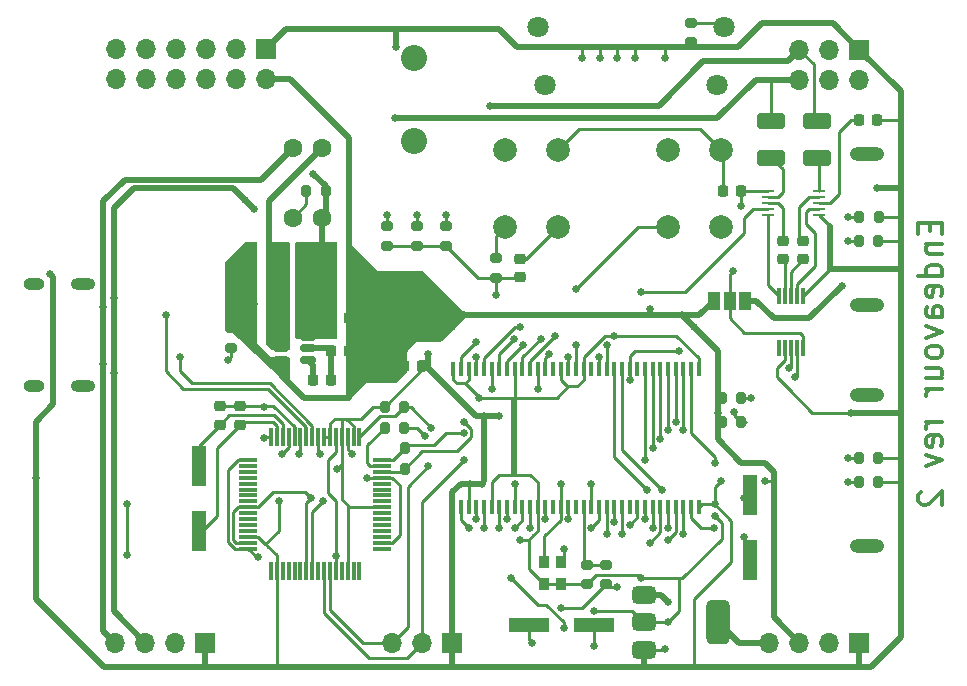
<source format=gbl>
G04 #@! TF.GenerationSoftware,KiCad,Pcbnew,7.0.10-7.0.10~ubuntu20.04.1*
G04 #@! TF.CreationDate,2024-05-01T22:25:19+02:00*
G04 #@! TF.ProjectId,endeavour,656e6465-6176-46f7-9572-2e6b69636164,rev?*
G04 #@! TF.SameCoordinates,Original*
G04 #@! TF.FileFunction,Copper,L2,Bot*
G04 #@! TF.FilePolarity,Positive*
%FSLAX46Y46*%
G04 Gerber Fmt 4.6, Leading zero omitted, Abs format (unit mm)*
G04 Created by KiCad (PCBNEW 7.0.10-7.0.10~ubuntu20.04.1) date 2024-05-01 22:25:19*
%MOMM*%
%LPD*%
G01*
G04 APERTURE LIST*
G04 Aperture macros list*
%AMRoundRect*
0 Rectangle with rounded corners*
0 $1 Rounding radius*
0 $2 $3 $4 $5 $6 $7 $8 $9 X,Y pos of 4 corners*
0 Add a 4 corners polygon primitive as box body*
4,1,4,$2,$3,$4,$5,$6,$7,$8,$9,$2,$3,0*
0 Add four circle primitives for the rounded corners*
1,1,$1+$1,$2,$3*
1,1,$1+$1,$4,$5*
1,1,$1+$1,$6,$7*
1,1,$1+$1,$8,$9*
0 Add four rect primitives between the rounded corners*
20,1,$1+$1,$2,$3,$4,$5,0*
20,1,$1+$1,$4,$5,$6,$7,0*
20,1,$1+$1,$6,$7,$8,$9,0*
20,1,$1+$1,$8,$9,$2,$3,0*%
G04 Aperture macros list end*
%ADD10C,0.300000*%
G04 #@! TA.AperFunction,NonConductor*
%ADD11C,0.300000*%
G04 #@! TD*
G04 #@! TA.AperFunction,SMDPad,CuDef*
%ADD12RoundRect,0.225000X-0.225000X-0.250000X0.225000X-0.250000X0.225000X0.250000X-0.225000X0.250000X0*%
G04 #@! TD*
G04 #@! TA.AperFunction,SMDPad,CuDef*
%ADD13R,1.100000X0.250000*%
G04 #@! TD*
G04 #@! TA.AperFunction,SMDPad,CuDef*
%ADD14R,0.300000X1.400000*%
G04 #@! TD*
G04 #@! TA.AperFunction,SMDPad,CuDef*
%ADD15RoundRect,0.200000X-0.200000X-0.275000X0.200000X-0.275000X0.200000X0.275000X-0.200000X0.275000X0*%
G04 #@! TD*
G04 #@! TA.AperFunction,SMDPad,CuDef*
%ADD16R,1.000000X1.500000*%
G04 #@! TD*
G04 #@! TA.AperFunction,SMDPad,CuDef*
%ADD17RoundRect,0.225000X0.250000X-0.225000X0.250000X0.225000X-0.250000X0.225000X-0.250000X-0.225000X0*%
G04 #@! TD*
G04 #@! TA.AperFunction,SMDPad,CuDef*
%ADD18RoundRect,0.250000X0.925000X-0.412500X0.925000X0.412500X-0.925000X0.412500X-0.925000X-0.412500X0*%
G04 #@! TD*
G04 #@! TA.AperFunction,ComponentPad*
%ADD19R,1.700000X1.700000*%
G04 #@! TD*
G04 #@! TA.AperFunction,ComponentPad*
%ADD20O,1.700000X1.700000*%
G04 #@! TD*
G04 #@! TA.AperFunction,SMDPad,CuDef*
%ADD21RoundRect,0.200000X0.200000X0.275000X-0.200000X0.275000X-0.200000X-0.275000X0.200000X-0.275000X0*%
G04 #@! TD*
G04 #@! TA.AperFunction,SMDPad,CuDef*
%ADD22R,0.950000X1.050000*%
G04 #@! TD*
G04 #@! TA.AperFunction,SMDPad,CuDef*
%ADD23R,0.400000X1.300000*%
G04 #@! TD*
G04 #@! TA.AperFunction,ComponentPad*
%ADD24O,2.900000X1.200000*%
G04 #@! TD*
G04 #@! TA.AperFunction,ComponentPad*
%ADD25C,1.800000*%
G04 #@! TD*
G04 #@! TA.AperFunction,ComponentPad*
%ADD26C,1.600200*%
G04 #@! TD*
G04 #@! TA.AperFunction,ComponentPad*
%ADD27C,2.209800*%
G04 #@! TD*
G04 #@! TA.AperFunction,SMDPad,CuDef*
%ADD28R,1.200000X3.500000*%
G04 #@! TD*
G04 #@! TA.AperFunction,SMDPad,CuDef*
%ADD29R,3.500000X1.200000*%
G04 #@! TD*
G04 #@! TA.AperFunction,ComponentPad*
%ADD30O,1.800000X1.000000*%
G04 #@! TD*
G04 #@! TA.AperFunction,ComponentPad*
%ADD31O,2.100000X1.000000*%
G04 #@! TD*
G04 #@! TA.AperFunction,SMDPad,CuDef*
%ADD32RoundRect,0.075000X-0.075000X0.700000X-0.075000X-0.700000X0.075000X-0.700000X0.075000X0.700000X0*%
G04 #@! TD*
G04 #@! TA.AperFunction,SMDPad,CuDef*
%ADD33RoundRect,0.075000X-0.700000X0.075000X-0.700000X-0.075000X0.700000X-0.075000X0.700000X0.075000X0*%
G04 #@! TD*
G04 #@! TA.AperFunction,SMDPad,CuDef*
%ADD34RoundRect,0.375000X-0.625000X-0.375000X0.625000X-0.375000X0.625000X0.375000X-0.625000X0.375000X0*%
G04 #@! TD*
G04 #@! TA.AperFunction,SMDPad,CuDef*
%ADD35RoundRect,0.500000X-0.500000X-1.400000X0.500000X-1.400000X0.500000X1.400000X-0.500000X1.400000X0*%
G04 #@! TD*
G04 #@! TA.AperFunction,SMDPad,CuDef*
%ADD36RoundRect,0.150000X-0.512500X-0.150000X0.512500X-0.150000X0.512500X0.150000X-0.512500X0.150000X0*%
G04 #@! TD*
G04 #@! TA.AperFunction,ComponentPad*
%ADD37C,2.000000*%
G04 #@! TD*
G04 #@! TA.AperFunction,SMDPad,CuDef*
%ADD38RoundRect,0.200000X0.275000X-0.200000X0.275000X0.200000X-0.275000X0.200000X-0.275000X-0.200000X0*%
G04 #@! TD*
G04 #@! TA.AperFunction,SMDPad,CuDef*
%ADD39RoundRect,0.200000X-0.275000X0.200000X-0.275000X-0.200000X0.275000X-0.200000X0.275000X0.200000X0*%
G04 #@! TD*
G04 #@! TA.AperFunction,SMDPad,CuDef*
%ADD40RoundRect,0.218750X-0.218750X-0.256250X0.218750X-0.256250X0.218750X0.256250X-0.218750X0.256250X0*%
G04 #@! TD*
G04 #@! TA.AperFunction,SMDPad,CuDef*
%ADD41RoundRect,0.225000X0.225000X0.250000X-0.225000X0.250000X-0.225000X-0.250000X0.225000X-0.250000X0*%
G04 #@! TD*
G04 #@! TA.AperFunction,ViaPad*
%ADD42C,0.650000*%
G04 #@! TD*
G04 #@! TA.AperFunction,Conductor*
%ADD43C,0.500000*%
G04 #@! TD*
G04 #@! TA.AperFunction,Conductor*
%ADD44C,0.250000*%
G04 #@! TD*
G04 APERTURE END LIST*
D10*
D11*
X160092019Y-79173558D02*
X160092019Y-79840225D01*
X161139638Y-80125939D02*
X161139638Y-79173558D01*
X161139638Y-79173558D02*
X159139638Y-79173558D01*
X159139638Y-79173558D02*
X159139638Y-80125939D01*
X159806304Y-80983082D02*
X161139638Y-80983082D01*
X159996780Y-80983082D02*
X159901542Y-81078320D01*
X159901542Y-81078320D02*
X159806304Y-81268796D01*
X159806304Y-81268796D02*
X159806304Y-81554511D01*
X159806304Y-81554511D02*
X159901542Y-81744987D01*
X159901542Y-81744987D02*
X160092019Y-81840225D01*
X160092019Y-81840225D02*
X161139638Y-81840225D01*
X161139638Y-83649749D02*
X159139638Y-83649749D01*
X161044400Y-83649749D02*
X161139638Y-83459273D01*
X161139638Y-83459273D02*
X161139638Y-83078320D01*
X161139638Y-83078320D02*
X161044400Y-82887844D01*
X161044400Y-82887844D02*
X160949161Y-82792606D01*
X160949161Y-82792606D02*
X160758685Y-82697368D01*
X160758685Y-82697368D02*
X160187257Y-82697368D01*
X160187257Y-82697368D02*
X159996780Y-82792606D01*
X159996780Y-82792606D02*
X159901542Y-82887844D01*
X159901542Y-82887844D02*
X159806304Y-83078320D01*
X159806304Y-83078320D02*
X159806304Y-83459273D01*
X159806304Y-83459273D02*
X159901542Y-83649749D01*
X161044400Y-85364035D02*
X161139638Y-85173559D01*
X161139638Y-85173559D02*
X161139638Y-84792606D01*
X161139638Y-84792606D02*
X161044400Y-84602130D01*
X161044400Y-84602130D02*
X160853923Y-84506892D01*
X160853923Y-84506892D02*
X160092019Y-84506892D01*
X160092019Y-84506892D02*
X159901542Y-84602130D01*
X159901542Y-84602130D02*
X159806304Y-84792606D01*
X159806304Y-84792606D02*
X159806304Y-85173559D01*
X159806304Y-85173559D02*
X159901542Y-85364035D01*
X159901542Y-85364035D02*
X160092019Y-85459273D01*
X160092019Y-85459273D02*
X160282495Y-85459273D01*
X160282495Y-85459273D02*
X160472971Y-84506892D01*
X161139638Y-87173559D02*
X160092019Y-87173559D01*
X160092019Y-87173559D02*
X159901542Y-87078321D01*
X159901542Y-87078321D02*
X159806304Y-86887845D01*
X159806304Y-86887845D02*
X159806304Y-86506892D01*
X159806304Y-86506892D02*
X159901542Y-86316416D01*
X161044400Y-87173559D02*
X161139638Y-86983083D01*
X161139638Y-86983083D02*
X161139638Y-86506892D01*
X161139638Y-86506892D02*
X161044400Y-86316416D01*
X161044400Y-86316416D02*
X160853923Y-86221178D01*
X160853923Y-86221178D02*
X160663447Y-86221178D01*
X160663447Y-86221178D02*
X160472971Y-86316416D01*
X160472971Y-86316416D02*
X160377733Y-86506892D01*
X160377733Y-86506892D02*
X160377733Y-86983083D01*
X160377733Y-86983083D02*
X160282495Y-87173559D01*
X159806304Y-87935464D02*
X161139638Y-88411654D01*
X161139638Y-88411654D02*
X159806304Y-88887845D01*
X161139638Y-89935464D02*
X161044400Y-89744988D01*
X161044400Y-89744988D02*
X160949161Y-89649750D01*
X160949161Y-89649750D02*
X160758685Y-89554512D01*
X160758685Y-89554512D02*
X160187257Y-89554512D01*
X160187257Y-89554512D02*
X159996780Y-89649750D01*
X159996780Y-89649750D02*
X159901542Y-89744988D01*
X159901542Y-89744988D02*
X159806304Y-89935464D01*
X159806304Y-89935464D02*
X159806304Y-90221179D01*
X159806304Y-90221179D02*
X159901542Y-90411655D01*
X159901542Y-90411655D02*
X159996780Y-90506893D01*
X159996780Y-90506893D02*
X160187257Y-90602131D01*
X160187257Y-90602131D02*
X160758685Y-90602131D01*
X160758685Y-90602131D02*
X160949161Y-90506893D01*
X160949161Y-90506893D02*
X161044400Y-90411655D01*
X161044400Y-90411655D02*
X161139638Y-90221179D01*
X161139638Y-90221179D02*
X161139638Y-89935464D01*
X159806304Y-92316417D02*
X161139638Y-92316417D01*
X159806304Y-91459274D02*
X160853923Y-91459274D01*
X160853923Y-91459274D02*
X161044400Y-91554512D01*
X161044400Y-91554512D02*
X161139638Y-91744988D01*
X161139638Y-91744988D02*
X161139638Y-92030703D01*
X161139638Y-92030703D02*
X161044400Y-92221179D01*
X161044400Y-92221179D02*
X160949161Y-92316417D01*
X161139638Y-93268798D02*
X159806304Y-93268798D01*
X160187257Y-93268798D02*
X159996780Y-93364036D01*
X159996780Y-93364036D02*
X159901542Y-93459274D01*
X159901542Y-93459274D02*
X159806304Y-93649750D01*
X159806304Y-93649750D02*
X159806304Y-93840227D01*
X161139638Y-96030703D02*
X159806304Y-96030703D01*
X160187257Y-96030703D02*
X159996780Y-96125941D01*
X159996780Y-96125941D02*
X159901542Y-96221179D01*
X159901542Y-96221179D02*
X159806304Y-96411655D01*
X159806304Y-96411655D02*
X159806304Y-96602132D01*
X161044400Y-98030703D02*
X161139638Y-97840227D01*
X161139638Y-97840227D02*
X161139638Y-97459274D01*
X161139638Y-97459274D02*
X161044400Y-97268798D01*
X161044400Y-97268798D02*
X160853923Y-97173560D01*
X160853923Y-97173560D02*
X160092019Y-97173560D01*
X160092019Y-97173560D02*
X159901542Y-97268798D01*
X159901542Y-97268798D02*
X159806304Y-97459274D01*
X159806304Y-97459274D02*
X159806304Y-97840227D01*
X159806304Y-97840227D02*
X159901542Y-98030703D01*
X159901542Y-98030703D02*
X160092019Y-98125941D01*
X160092019Y-98125941D02*
X160282495Y-98125941D01*
X160282495Y-98125941D02*
X160472971Y-97173560D01*
X159806304Y-98792608D02*
X161139638Y-99268798D01*
X161139638Y-99268798D02*
X159806304Y-99744989D01*
X159330114Y-101935466D02*
X159234876Y-102030704D01*
X159234876Y-102030704D02*
X159139638Y-102221180D01*
X159139638Y-102221180D02*
X159139638Y-102697371D01*
X159139638Y-102697371D02*
X159234876Y-102887847D01*
X159234876Y-102887847D02*
X159330114Y-102983085D01*
X159330114Y-102983085D02*
X159520590Y-103078323D01*
X159520590Y-103078323D02*
X159711066Y-103078323D01*
X159711066Y-103078323D02*
X159996780Y-102983085D01*
X159996780Y-102983085D02*
X161139638Y-101840228D01*
X161139638Y-101840228D02*
X161139638Y-103078323D01*
D12*
X115600000Y-91250000D03*
X117150000Y-91250000D03*
D13*
X150700000Y-76500000D03*
X150700000Y-77000000D03*
X150700000Y-77500000D03*
X150700000Y-78000000D03*
X150700000Y-78500000D03*
X146400000Y-78500000D03*
X146400000Y-78000000D03*
X146400000Y-77500000D03*
X146400000Y-77000000D03*
X146400000Y-76500000D03*
D14*
X149350000Y-89750000D03*
X148850000Y-89750000D03*
X148350000Y-89750000D03*
X147850000Y-89750000D03*
X147350000Y-89750000D03*
X147350000Y-85350000D03*
X147850000Y-85350000D03*
X148350000Y-85350000D03*
X148850000Y-85350000D03*
X149350000Y-85350000D03*
D15*
X142500000Y-96000000D03*
X144150000Y-96000000D03*
X142500000Y-94000000D03*
X144150000Y-94000000D03*
D16*
X141850000Y-85750000D03*
X143150000Y-85750000D03*
X144450000Y-85750000D03*
D12*
X142600000Y-76500000D03*
X144150000Y-76500000D03*
D17*
X147650000Y-82250000D03*
X147650000Y-80700000D03*
X149400000Y-82250000D03*
X149400000Y-80700000D03*
D12*
X154100000Y-70500000D03*
X155650000Y-70500000D03*
D18*
X146650000Y-70575000D03*
X146650000Y-73650000D03*
X150550000Y-73650000D03*
X150550000Y-70575000D03*
D19*
X103900000Y-64460000D03*
D20*
X103900000Y-67000000D03*
X101360000Y-64460000D03*
X101360000Y-67000000D03*
X98820000Y-64460000D03*
X98820000Y-67000000D03*
X96280000Y-64460000D03*
X96280000Y-67000000D03*
X93740000Y-64460000D03*
X93740000Y-67000000D03*
X91200000Y-64460000D03*
X91200000Y-67000000D03*
X149070000Y-67040000D03*
X149070000Y-64500000D03*
X151610000Y-67040000D03*
X151610000Y-64500000D03*
X154150000Y-67040000D03*
D19*
X154150000Y-64500000D03*
D21*
X115650000Y-100000000D03*
X115650000Y-98250000D03*
D22*
X128900000Y-109750000D03*
X128900000Y-107900000D03*
X127450000Y-107900000D03*
X127450000Y-109750000D03*
D23*
X119750000Y-91550000D03*
X120400000Y-91550000D03*
X121050000Y-91550000D03*
X121700000Y-91550000D03*
X122350000Y-91550000D03*
X123000000Y-91550000D03*
X123650000Y-91550000D03*
X124300000Y-91550000D03*
X124950000Y-91550000D03*
X125600000Y-91550000D03*
X126250000Y-91550000D03*
X126900000Y-91550000D03*
X127550000Y-91550000D03*
X128200000Y-91550000D03*
X128850000Y-91550000D03*
X129500000Y-91550000D03*
X130150000Y-91550000D03*
X130800000Y-91550000D03*
X131450000Y-91550000D03*
X132100000Y-91550000D03*
X132750000Y-91550000D03*
X133400000Y-91550000D03*
X134050000Y-91550000D03*
X134700000Y-91550000D03*
X135350000Y-91550000D03*
X136000000Y-91550000D03*
X136650000Y-91550000D03*
X137300000Y-91550000D03*
X137950000Y-91550000D03*
X138600000Y-91550000D03*
X139250000Y-91550000D03*
X139900000Y-91550000D03*
X140550000Y-91550000D03*
X140550000Y-103250000D03*
X139900000Y-103250000D03*
X139250000Y-103250000D03*
X138600000Y-103250000D03*
X137950000Y-103250000D03*
X137300000Y-103250000D03*
X136650000Y-103250000D03*
X136000000Y-103250000D03*
X135350000Y-103250000D03*
X134700000Y-103250000D03*
X134050000Y-103250000D03*
X133400000Y-103250000D03*
X132750000Y-103250000D03*
X132100000Y-103250000D03*
X131450000Y-103250000D03*
X130800000Y-103250000D03*
X130150000Y-103250000D03*
X129500000Y-103250000D03*
X128850000Y-103250000D03*
X128200000Y-103250000D03*
X127550000Y-103250000D03*
X126900000Y-103250000D03*
X126250000Y-103250000D03*
X125600000Y-103250000D03*
X124950000Y-103250000D03*
X124300000Y-103250000D03*
X123650000Y-103250000D03*
X123000000Y-103250000D03*
X122350000Y-103250000D03*
X121700000Y-103250000D03*
X121050000Y-103250000D03*
X120400000Y-103250000D03*
X119750000Y-103250000D03*
D24*
X154750000Y-73350000D03*
X154750000Y-86150000D03*
X154750000Y-93750000D03*
X154750000Y-106550000D03*
D25*
X126950000Y-62600000D03*
X142650000Y-62600000D03*
X127550000Y-67500000D03*
X142050000Y-67500000D03*
D20*
X91150000Y-114725000D03*
X93690000Y-114725000D03*
X96230000Y-114725000D03*
D19*
X98770000Y-114725000D03*
D26*
X106160800Y-78749300D03*
X108650000Y-78749300D03*
X106160800Y-72856500D03*
X108650000Y-72856500D03*
D20*
X146530000Y-114750000D03*
X149070000Y-114750000D03*
X151610000Y-114750000D03*
D19*
X154150000Y-114750000D03*
D27*
X116400000Y-72250000D03*
X116400000Y-65250002D03*
D28*
X144900000Y-107750000D03*
X144900000Y-102250000D03*
X98216118Y-99750000D03*
X98216118Y-105250000D03*
D29*
X126150000Y-113250000D03*
X131650000Y-113250000D03*
D21*
X115616118Y-96500000D03*
X113966118Y-96500000D03*
D30*
X84230800Y-93000000D03*
D31*
X88410800Y-93000000D03*
D30*
X84230800Y-84360000D03*
D31*
X88410800Y-84360000D03*
D32*
X104316118Y-97325000D03*
X104816118Y-97325000D03*
X105316118Y-97325000D03*
X105816118Y-97325000D03*
X106316118Y-97325000D03*
X106816118Y-97325000D03*
X107316118Y-97325000D03*
X107816118Y-97325000D03*
X108316118Y-97325000D03*
X108816118Y-97325000D03*
X109316118Y-97325000D03*
X109816118Y-97325000D03*
X110316118Y-97325000D03*
X110816118Y-97325000D03*
X111316118Y-97325000D03*
X111816118Y-97325000D03*
D33*
X113741118Y-99250000D03*
X113741118Y-99750000D03*
X113741118Y-100250000D03*
X113741118Y-100750000D03*
X113741118Y-101250000D03*
X113741118Y-101750000D03*
X113741118Y-102250000D03*
X113741118Y-102750000D03*
X113741118Y-103250000D03*
X113741118Y-103750000D03*
X113741118Y-104250000D03*
X113741118Y-104750000D03*
X113741118Y-105250000D03*
X113741118Y-105750000D03*
X113741118Y-106250000D03*
X113741118Y-106750000D03*
D32*
X111816118Y-108675000D03*
X111316118Y-108675000D03*
X110816118Y-108675000D03*
X110316118Y-108675000D03*
X109816118Y-108675000D03*
X109316118Y-108675000D03*
X108816118Y-108675000D03*
X108316118Y-108675000D03*
X107816118Y-108675000D03*
X107316118Y-108675000D03*
X106816118Y-108675000D03*
X106316118Y-108675000D03*
X105816118Y-108675000D03*
X105316118Y-108675000D03*
X104816118Y-108675000D03*
X104316118Y-108675000D03*
D33*
X102391118Y-106750000D03*
X102391118Y-106250000D03*
X102391118Y-105750000D03*
X102391118Y-105250000D03*
X102391118Y-104750000D03*
X102391118Y-104250000D03*
X102391118Y-103750000D03*
X102391118Y-103250000D03*
X102391118Y-102750000D03*
X102391118Y-102250000D03*
X102391118Y-101750000D03*
X102391118Y-101250000D03*
X102391118Y-100750000D03*
X102391118Y-100250000D03*
X102391118Y-99750000D03*
X102391118Y-99250000D03*
D34*
X135900000Y-110700000D03*
D35*
X142200000Y-113000000D03*
D34*
X135900000Y-113000000D03*
X135900000Y-115300000D03*
D36*
X107450000Y-90750000D03*
X107450000Y-89800000D03*
X107450000Y-88850000D03*
X105175000Y-88850000D03*
X105175000Y-89800000D03*
X105175000Y-90750000D03*
D37*
X137900000Y-73000000D03*
X137900000Y-79500000D03*
X142400000Y-73000000D03*
X142400000Y-79500000D03*
X124150000Y-73000000D03*
X124150000Y-79500000D03*
X128650000Y-73000000D03*
X128650000Y-79500000D03*
D38*
X139900000Y-62250000D03*
X139900000Y-63900000D03*
D21*
X113966118Y-94750000D03*
X115616118Y-94750000D03*
D15*
X108975000Y-76500000D03*
X107325000Y-76500000D03*
D38*
X132650000Y-108100000D03*
X132650000Y-109750000D03*
X131100000Y-108100000D03*
X131100000Y-109750000D03*
D39*
X100900000Y-89750000D03*
X100900000Y-88100000D03*
D15*
X155775000Y-78700000D03*
X154125000Y-78700000D03*
X154100000Y-99100000D03*
X155750000Y-99100000D03*
X155725000Y-80700000D03*
X154075000Y-80700000D03*
X154075000Y-101100000D03*
X155725000Y-101100000D03*
D39*
X119150000Y-79450000D03*
X119150000Y-81100000D03*
X116650000Y-79450000D03*
X116650000Y-81100000D03*
X114150000Y-81100000D03*
X114150000Y-79450000D03*
X123400000Y-83825000D03*
X123400000Y-82175000D03*
D40*
X110962500Y-90000000D03*
X109387500Y-90000000D03*
D20*
X114570000Y-114725000D03*
X117110000Y-114725000D03*
D19*
X119650000Y-114725000D03*
D17*
X125400000Y-82225000D03*
X125400000Y-83775000D03*
D41*
X109350000Y-87250000D03*
X110900000Y-87250000D03*
X107875000Y-92500000D03*
X109425000Y-92500000D03*
D12*
X106950000Y-87250000D03*
X105400000Y-87250000D03*
D17*
X101716118Y-94700000D03*
X101716118Y-96250000D03*
X99966118Y-94700000D03*
X99966118Y-96250000D03*
D42*
X114850000Y-70300000D03*
X102900000Y-86000000D03*
X153400000Y-95250000D03*
X155650000Y-76250000D03*
X152650000Y-84500000D03*
X143400000Y-83250000D03*
X144150000Y-77750000D03*
X148650000Y-92250000D03*
X148150000Y-91500000D03*
X135650000Y-85000000D03*
X144950000Y-94000000D03*
X143550000Y-95200000D03*
X131650000Y-112000000D03*
X119150000Y-78500000D03*
X116650000Y-78500000D03*
X114150000Y-78500000D03*
X123400000Y-85250000D03*
X130150000Y-84750000D03*
X153150000Y-80700000D03*
X153150000Y-78700000D03*
X122900000Y-69250000D03*
X114900000Y-64250000D03*
X107900000Y-75000000D03*
X137650000Y-65250000D03*
X135150000Y-65250000D03*
X133650000Y-65250000D03*
X132150000Y-65250000D03*
X130650000Y-65250000D03*
X108650000Y-85250000D03*
X123650000Y-95500000D03*
X102150000Y-77250000D03*
X102900000Y-78000000D03*
X122150000Y-101250000D03*
X121150000Y-101250000D03*
X140150000Y-88000000D03*
X139150000Y-87000000D03*
X119650000Y-88000000D03*
X120650000Y-87000000D03*
X137900000Y-113000000D03*
X137650000Y-115250000D03*
X137900000Y-111250000D03*
X133650000Y-110000000D03*
X138900000Y-90000000D03*
X85650000Y-83500000D03*
X153150000Y-101100000D03*
X153150000Y-99100000D03*
X146150000Y-101000000D03*
X142150000Y-95250000D03*
X84400000Y-100750000D03*
X92150000Y-107250000D03*
X92150000Y-103000000D03*
X100650000Y-90750000D03*
X142400000Y-101000000D03*
X144400000Y-102500000D03*
X144400000Y-105750000D03*
X141900000Y-99500000D03*
X139250000Y-96750000D03*
X138600000Y-96000000D03*
X136000000Y-99250000D03*
X137950000Y-96750000D03*
X137300000Y-97500000D03*
X136650000Y-98250000D03*
X95400000Y-87000000D03*
X96650000Y-90500000D03*
X122400000Y-95500000D03*
X117650000Y-90250000D03*
X109900000Y-100000000D03*
X121900000Y-94000000D03*
X136400000Y-86500000D03*
X126400000Y-114750000D03*
X131650000Y-115000000D03*
X129150000Y-113500000D03*
X104966118Y-102750000D03*
X109816118Y-107400000D03*
X103216118Y-107500000D03*
X107716118Y-102500000D03*
X108716118Y-102750000D03*
X112466118Y-100750000D03*
X111216118Y-98750000D03*
X103716118Y-94750000D03*
X103716118Y-97350000D03*
X108466118Y-98750000D03*
X106716118Y-98750000D03*
X105216118Y-98750000D03*
X91030800Y-85500000D03*
X91030800Y-91900000D03*
X90130800Y-86300000D03*
X90130800Y-91100000D03*
X117650000Y-99750000D03*
X120650000Y-99250000D03*
X117400000Y-97250000D03*
X117900000Y-96500000D03*
X120650000Y-96000000D03*
X120650000Y-97000000D03*
X124900000Y-89000000D03*
X125400000Y-88000000D03*
X125650000Y-89500000D03*
X127150000Y-89000000D03*
X128400000Y-88750000D03*
X127900000Y-90250000D03*
X129500000Y-90500000D03*
X130150000Y-89500000D03*
X133400000Y-88750000D03*
X132750000Y-89500000D03*
X132100000Y-90500000D03*
X141900000Y-104000000D03*
X141900000Y-103000000D03*
X137400000Y-101750000D03*
X136150000Y-101750000D03*
X135650000Y-109250000D03*
X123000000Y-93250000D03*
X126900000Y-93250000D03*
X134700000Y-92500000D03*
X121700000Y-90500000D03*
X121700000Y-89250000D03*
X124650000Y-109250000D03*
X128900000Y-111750000D03*
X129500000Y-104250000D03*
X129150000Y-106750000D03*
X136000000Y-104250000D03*
X136650000Y-105000000D03*
X134700000Y-104750000D03*
X136400000Y-106250000D03*
X131450000Y-105000000D03*
X133400000Y-104500000D03*
X132750000Y-105500000D03*
X134050000Y-105500000D03*
X137950000Y-105000000D03*
X137950000Y-106000000D03*
X139250000Y-105500000D03*
X141850000Y-105000000D03*
X131450000Y-101250000D03*
X128850000Y-101250000D03*
X124950000Y-101250000D03*
X125400000Y-106000000D03*
X126250000Y-105000000D03*
X127550000Y-104250000D03*
X124300000Y-104250000D03*
X121700000Y-104250000D03*
X124950000Y-105000000D03*
X123650000Y-105000000D03*
X122350000Y-105000000D03*
X121050000Y-105000000D03*
D43*
X146650000Y-67040000D02*
X145360000Y-67040000D01*
X145360000Y-67040000D02*
X142100000Y-70300000D01*
X142100000Y-70300000D02*
X114850000Y-70300000D01*
X102900000Y-88250000D02*
X102900000Y-86000000D01*
D44*
X124750000Y-94000000D02*
X122000000Y-94000000D01*
X124950000Y-94000000D02*
X124750000Y-94000000D01*
X124900000Y-100500000D02*
X124750000Y-100500000D01*
X124750000Y-100500000D02*
X123650000Y-100500000D01*
X124750000Y-94000000D02*
X124750000Y-100500000D01*
X124950000Y-94000000D02*
X124950000Y-100450000D01*
X124950000Y-100450000D02*
X124900000Y-100500000D01*
D43*
X122400000Y-95500000D02*
X122400000Y-101000000D01*
X122400000Y-101000000D02*
X122150000Y-101250000D01*
X119150000Y-88500000D02*
X118650000Y-89000000D01*
X118650000Y-89000000D02*
X115650000Y-89000000D01*
X115650000Y-89000000D02*
X115650000Y-90000000D01*
D44*
X120650000Y-99250000D02*
X117110000Y-102790000D01*
X117110000Y-102790000D02*
X117110000Y-114725000D01*
D43*
X119650000Y-114725000D02*
X119650000Y-102000000D01*
X119650000Y-102000000D02*
X120400000Y-101250000D01*
X120400000Y-101250000D02*
X121050000Y-101250000D01*
X115600000Y-91250000D02*
X115600000Y-90050000D01*
X115600000Y-90050000D02*
X115650000Y-90000000D01*
D44*
X148150000Y-93250000D02*
X150150000Y-95250000D01*
X150150000Y-95250000D02*
X153400000Y-95250000D01*
D43*
X157650000Y-93250000D02*
X157650000Y-95250000D01*
X157650000Y-95250000D02*
X153400000Y-95250000D01*
X157650000Y-95250000D02*
X157650000Y-114250000D01*
X157650000Y-114250000D02*
X155150000Y-116750000D01*
X155150000Y-116750000D02*
X154150000Y-116750000D01*
X157650000Y-81250000D02*
X157650000Y-76250000D01*
X157650000Y-76250000D02*
X157650000Y-76000000D01*
X155650000Y-76250000D02*
X157650000Y-76250000D01*
X149900000Y-87250000D02*
X152650000Y-84500000D01*
X149400000Y-87250000D02*
X149900000Y-87250000D01*
X149400000Y-87250000D02*
X146900000Y-87250000D01*
X157650000Y-83750000D02*
X157650000Y-83000000D01*
X157650000Y-83000000D02*
X157650000Y-81250000D01*
X151650000Y-83050000D02*
X157600000Y-83050000D01*
X157600000Y-83050000D02*
X157650000Y-83000000D01*
D44*
X153150000Y-80700000D02*
X154075000Y-80700000D01*
X154125000Y-78700000D02*
X153150000Y-78700000D01*
X152400000Y-76250000D02*
X152400000Y-71500000D01*
X152400000Y-76250000D02*
X152400000Y-76750000D01*
X150700000Y-77500000D02*
X151650000Y-77500000D01*
X152400000Y-76750000D02*
X151650000Y-77500000D01*
X152400000Y-71500000D02*
X153400000Y-70500000D01*
X153400000Y-70500000D02*
X154100000Y-70500000D01*
X150550000Y-70575000D02*
X150475000Y-70575000D01*
X150300000Y-70100000D02*
X150300000Y-65730000D01*
X150475000Y-70575000D02*
X150150000Y-70250000D01*
X150150000Y-70250000D02*
X150300000Y-70100000D01*
X150300000Y-65730000D02*
X149070000Y-64500000D01*
X143400000Y-83250000D02*
X143150000Y-83500000D01*
X143150000Y-83500000D02*
X143150000Y-85750000D01*
X144150000Y-76500000D02*
X144150000Y-77750000D01*
X142600000Y-76500000D02*
X142600000Y-73200000D01*
X142600000Y-73200000D02*
X142400000Y-73000000D01*
X144150000Y-76500000D02*
X146400000Y-76500000D01*
D43*
X139150000Y-87000000D02*
X140600000Y-87000000D01*
X140600000Y-87000000D02*
X141850000Y-85750000D01*
X145400000Y-85750000D02*
X144450000Y-85750000D01*
X146900000Y-87250000D02*
X145400000Y-85750000D01*
D44*
X149350000Y-89750000D02*
X149350000Y-88750000D01*
X149350000Y-88750000D02*
X149100000Y-88500000D01*
X149100000Y-88500000D02*
X144400000Y-88500000D01*
X144400000Y-88500000D02*
X143150000Y-87250000D01*
X143150000Y-87250000D02*
X143150000Y-85750000D01*
D43*
X157650000Y-93250000D02*
X157650000Y-85500000D01*
D44*
X147850000Y-89750000D02*
X147850000Y-90750000D01*
X147150000Y-91450000D02*
X147150000Y-92250000D01*
X147850000Y-90750000D02*
X147150000Y-91450000D01*
X147150000Y-92250000D02*
X148150000Y-93250000D01*
X148850000Y-89750000D02*
X148850000Y-92050000D01*
X148850000Y-92050000D02*
X148650000Y-92250000D01*
X148150000Y-91500000D02*
X148350000Y-91300000D01*
X146400000Y-78500000D02*
X146400000Y-84400000D01*
X146400000Y-84400000D02*
X147350000Y-85350000D01*
X144150000Y-96000000D02*
X144550000Y-96000000D01*
X148350000Y-91300000D02*
X148350000Y-89750000D01*
D43*
X151650000Y-81250000D02*
X151650000Y-83050000D01*
D44*
X151650000Y-83050000D02*
X149350000Y-85350000D01*
D43*
X151650000Y-81250000D02*
X151650000Y-79450000D01*
D44*
X151650000Y-79450000D02*
X150700000Y-78500000D01*
X149400000Y-80700000D02*
X149050000Y-80350000D01*
X150700000Y-77000000D02*
X149875000Y-77000000D01*
X149875000Y-77000000D02*
X149050000Y-77825000D01*
X149050000Y-77825000D02*
X149050000Y-80350000D01*
X150700000Y-78000000D02*
X149875000Y-78000000D01*
X149875000Y-78000000D02*
X149650000Y-78225000D01*
X149650000Y-78225000D02*
X149650000Y-79250000D01*
X150400000Y-82800000D02*
X148850000Y-84350000D01*
X149650000Y-79250000D02*
X150400000Y-80000000D01*
X150400000Y-80000000D02*
X150400000Y-82800000D01*
X148850000Y-84350000D02*
X148850000Y-85350000D01*
X148350000Y-85350000D02*
X148350000Y-83300000D01*
X148350000Y-83300000D02*
X149400000Y-82250000D01*
X147850000Y-85350000D02*
X147850000Y-82450000D01*
X147850000Y-82450000D02*
X147650000Y-82250000D01*
D43*
X157650000Y-76000000D02*
X157650000Y-68000000D01*
D44*
X155650000Y-70500000D02*
X157650000Y-70500000D01*
X135650000Y-85000000D02*
X139400000Y-85000000D01*
X139400000Y-85000000D02*
X144400000Y-80000000D01*
X144400000Y-80000000D02*
X144400000Y-78750000D01*
X144400000Y-78750000D02*
X145150000Y-78000000D01*
X145150000Y-78000000D02*
X146400000Y-78000000D01*
X147650000Y-77925000D02*
X147650000Y-80700000D01*
X146400000Y-77500000D02*
X147225000Y-77500000D01*
X147225000Y-77500000D02*
X147650000Y-77925000D01*
X146400000Y-77000000D02*
X147225000Y-77000000D01*
X147225000Y-77000000D02*
X147650000Y-76575000D01*
X147650000Y-76575000D02*
X147650000Y-74650000D01*
X147650000Y-74650000D02*
X146650000Y-73650000D01*
X150700000Y-76500000D02*
X150700000Y-73800000D01*
X150700000Y-73800000D02*
X150550000Y-73650000D01*
D43*
X146650000Y-67040000D02*
X149070000Y-67040000D01*
D44*
X146650000Y-70575000D02*
X146650000Y-67040000D01*
X144150000Y-94000000D02*
X144950000Y-94000000D01*
X143550000Y-95200000D02*
X143550000Y-95400000D01*
X143550000Y-95400000D02*
X144150000Y-96000000D01*
X131650000Y-112000000D02*
X134900000Y-112000000D01*
X134900000Y-112000000D02*
X135900000Y-113000000D01*
X116650000Y-81100000D02*
X114150000Y-81100000D01*
X119150000Y-81100000D02*
X116650000Y-81100000D01*
X123400000Y-83825000D02*
X121875000Y-83825000D01*
X121875000Y-83825000D02*
X119150000Y-81100000D01*
X123400000Y-83825000D02*
X125350000Y-83825000D01*
X125350000Y-83825000D02*
X125400000Y-83775000D01*
X123400000Y-85250000D02*
X123400000Y-83825000D01*
X125400000Y-82225000D02*
X125925000Y-82225000D01*
X125925000Y-82225000D02*
X128650000Y-79500000D01*
X123400000Y-82175000D02*
X123400000Y-80250000D01*
X123400000Y-80250000D02*
X124150000Y-79500000D01*
X119150000Y-78500000D02*
X119150000Y-79450000D01*
X116650000Y-78500000D02*
X116650000Y-79450000D01*
X114150000Y-78500000D02*
X114150000Y-79450000D01*
X130150000Y-84750000D02*
X135400000Y-79500000D01*
X135400000Y-79500000D02*
X137900000Y-79500000D01*
X128650000Y-73000000D02*
X130400000Y-71250000D01*
X130400000Y-71250000D02*
X140650000Y-71250000D01*
X140650000Y-71250000D02*
X142400000Y-73000000D01*
D43*
X157650000Y-85500000D02*
X157650000Y-83750000D01*
D44*
X155725000Y-80700000D02*
X157400000Y-80700000D01*
X155775000Y-78700000D02*
X157650000Y-78700000D01*
D43*
X137150000Y-69250000D02*
X140900000Y-65500000D01*
X122900000Y-69250000D02*
X137150000Y-69250000D01*
X140900000Y-65500000D02*
X148070000Y-65500000D01*
X148070000Y-65500000D02*
X149070000Y-64500000D01*
X123650000Y-62750000D02*
X114900000Y-62750000D01*
X114900000Y-62750000D02*
X110150000Y-62750000D01*
X114900000Y-64250000D02*
X114900000Y-62750000D01*
D44*
X139900000Y-62250000D02*
X142300000Y-62250000D01*
X142300000Y-62250000D02*
X142650000Y-62600000D01*
D43*
X139150000Y-87000000D02*
X136400000Y-87000000D01*
X136400000Y-87000000D02*
X120650000Y-87000000D01*
X136400000Y-86500000D02*
X136400000Y-87000000D01*
X120650000Y-87000000D02*
X119150000Y-88500000D01*
X108975000Y-76500000D02*
X108975000Y-76075000D01*
X108975000Y-76075000D02*
X107900000Y-75000000D01*
X132150000Y-64250000D02*
X130650000Y-64250000D01*
X130650000Y-64250000D02*
X125150000Y-64250000D01*
D44*
X130650000Y-65250000D02*
X130650000Y-64250000D01*
D43*
X133650000Y-64250000D02*
X132150000Y-64250000D01*
D44*
X132150000Y-65250000D02*
X132150000Y-64250000D01*
D43*
X135150000Y-64250000D02*
X133650000Y-64250000D01*
D44*
X133650000Y-65250000D02*
X133650000Y-64250000D01*
D43*
X137650000Y-64250000D02*
X135150000Y-64250000D01*
D44*
X135150000Y-65250000D02*
X135150000Y-64250000D01*
D43*
X143900000Y-64250000D02*
X137650000Y-64250000D01*
D44*
X137650000Y-65250000D02*
X137650000Y-64250000D01*
D43*
X110900000Y-87250000D02*
X110900000Y-72000000D01*
X110900000Y-72000000D02*
X105900000Y-67000000D01*
X105900000Y-67000000D02*
X103900000Y-67000000D01*
X110150000Y-62750000D02*
X105610000Y-62750000D01*
X108975000Y-76500000D02*
X108975000Y-78424300D01*
X108975000Y-78424300D02*
X108650000Y-78749300D01*
X154150000Y-64500000D02*
X151900000Y-62250000D01*
X151900000Y-62250000D02*
X145900000Y-62250000D01*
X145900000Y-62250000D02*
X143900000Y-64250000D01*
X125150000Y-64250000D02*
X123650000Y-62750000D01*
X105610000Y-62750000D02*
X103900000Y-64460000D01*
X157650000Y-68000000D02*
X154150000Y-64500000D01*
X119650000Y-88000000D02*
X119150000Y-88500000D01*
X121650000Y-95500000D02*
X123650000Y-95500000D01*
X101525000Y-76625000D02*
X102150000Y-77250000D01*
X101150000Y-76250000D02*
X101525000Y-76625000D01*
X101525000Y-76625000D02*
X102900000Y-78000000D01*
X115650000Y-90000000D02*
X110962500Y-90000000D01*
X102900000Y-89500000D02*
X102900000Y-88250000D01*
D44*
X102750000Y-88100000D02*
X102900000Y-88250000D01*
X100900000Y-88100000D02*
X102750000Y-88100000D01*
D43*
X104150000Y-90750000D02*
X102900000Y-89500000D01*
X105175000Y-90750000D02*
X104150000Y-90750000D01*
D44*
X107325000Y-76500000D02*
X107325000Y-77585100D01*
X107325000Y-77585100D02*
X106160800Y-78749300D01*
D43*
X104150000Y-77356500D02*
X104150000Y-81000000D01*
X104150000Y-81000000D02*
X105400000Y-82250000D01*
X108650000Y-72856500D02*
X104150000Y-77356500D01*
X105400000Y-82250000D02*
X105400000Y-87250000D01*
X101150000Y-76250000D02*
X92730800Y-76250000D01*
X106950000Y-87250000D02*
X108400000Y-87250000D01*
X108400000Y-87250000D02*
X109350000Y-87250000D01*
X108650000Y-78749300D02*
X108650000Y-87000000D01*
X108650000Y-87000000D02*
X108400000Y-87250000D01*
X105175000Y-90750000D02*
X105175000Y-92025000D01*
X105175000Y-92025000D02*
X107150000Y-94000000D01*
X107150000Y-94000000D02*
X110900000Y-94000000D01*
X110962500Y-93937500D02*
X110962500Y-90000000D01*
X110900000Y-94000000D02*
X110962500Y-93937500D01*
X107875000Y-92500000D02*
X107875000Y-91175000D01*
X107875000Y-91175000D02*
X107450000Y-90750000D01*
X109387500Y-90000000D02*
X109387500Y-92462500D01*
X109387500Y-92462500D02*
X109425000Y-92500000D01*
X107450000Y-89800000D02*
X109187500Y-89800000D01*
X109187500Y-89800000D02*
X109387500Y-90000000D01*
X110900000Y-87250000D02*
X110900000Y-89937500D01*
X110900000Y-89937500D02*
X110962500Y-90000000D01*
X105175000Y-88850000D02*
X105175000Y-87475000D01*
X105175000Y-87475000D02*
X105400000Y-87250000D01*
X105175000Y-89800000D02*
X105175000Y-88850000D01*
X106950000Y-87250000D02*
X106950000Y-88350000D01*
X106950000Y-88350000D02*
X107450000Y-88850000D01*
X107450000Y-88850000D02*
X107750000Y-88850000D01*
X107750000Y-88850000D02*
X109350000Y-87250000D01*
X121150000Y-101250000D02*
X122150000Y-101250000D01*
X140150000Y-88000000D02*
X139650000Y-87500000D01*
D44*
X135900000Y-115300000D02*
X137600000Y-115300000D01*
X137650000Y-115250000D02*
X137600000Y-115300000D01*
X135650000Y-109250000D02*
X138900000Y-109250000D01*
X138900000Y-109250000D02*
X139150000Y-109250000D01*
X138900000Y-109250000D02*
X138900000Y-112000000D01*
X138900000Y-112000000D02*
X137900000Y-113000000D01*
X137900000Y-113000000D02*
X135900000Y-113000000D01*
X143275000Y-107875000D02*
X140150000Y-111000000D01*
X143275000Y-104375000D02*
X143275000Y-107875000D01*
D43*
X135900000Y-116750000D02*
X140150000Y-116750000D01*
X140150000Y-116750000D02*
X143400000Y-116750000D01*
D44*
X140150000Y-111000000D02*
X140150000Y-116750000D01*
D43*
X142200000Y-113000000D02*
X143950000Y-114750000D01*
X143950000Y-114750000D02*
X146530000Y-114750000D01*
X137900000Y-111250000D02*
X137350000Y-110700000D01*
X137350000Y-110700000D02*
X135900000Y-110700000D01*
X123650000Y-116750000D02*
X135900000Y-116750000D01*
X135900000Y-116750000D02*
X135900000Y-115300000D01*
D44*
X133650000Y-110000000D02*
X132900000Y-110000000D01*
D43*
X142150000Y-95250000D02*
X142150000Y-90000000D01*
X142150000Y-90000000D02*
X140150000Y-88000000D01*
X146900000Y-100250000D02*
X146900000Y-101000000D01*
X146900000Y-101000000D02*
X146900000Y-101750000D01*
D44*
X146150000Y-101000000D02*
X146900000Y-101000000D01*
D43*
X142150000Y-95250000D02*
X142150000Y-97500000D01*
X142150000Y-97500000D02*
X144150000Y-99500000D01*
X144150000Y-99500000D02*
X146150000Y-99500000D01*
X146150000Y-99500000D02*
X146900000Y-100250000D01*
D44*
X138900000Y-90000000D02*
X135150000Y-90000000D01*
X135150000Y-90000000D02*
X134700000Y-90450000D01*
X134700000Y-90450000D02*
X134700000Y-91550000D01*
D43*
X85900000Y-83750000D02*
X85650000Y-83500000D01*
X85900000Y-94500000D02*
X85900000Y-83750000D01*
X84400000Y-100750000D02*
X84400000Y-96000000D01*
X84400000Y-96000000D02*
X85900000Y-94500000D01*
D44*
X155725000Y-101100000D02*
X157650000Y-101100000D01*
X155750000Y-99100000D02*
X157650000Y-99100000D01*
X153150000Y-99100000D02*
X154100000Y-99100000D01*
X153150000Y-101100000D02*
X154075000Y-101100000D01*
D43*
X146900000Y-101750000D02*
X146900000Y-112580000D01*
X146900000Y-112580000D02*
X149070000Y-114750000D01*
D44*
X141900000Y-103000000D02*
X143275000Y-104375000D01*
D43*
X143400000Y-116750000D02*
X154150000Y-116750000D01*
X154150000Y-116750000D02*
X154150000Y-114750000D01*
D44*
X113741118Y-100250000D02*
X115400000Y-100250000D01*
X115400000Y-100250000D02*
X115650000Y-100000000D01*
X120069239Y-98500000D02*
X118900000Y-98500000D01*
X118900000Y-98500000D02*
X117150000Y-98500000D01*
X117150000Y-98500000D02*
X115650000Y-100000000D01*
X113741118Y-99250000D02*
X114650000Y-99250000D01*
X114650000Y-99250000D02*
X115650000Y-98250000D01*
X117900000Y-98000000D02*
X115900000Y-98000000D01*
X118150000Y-98000000D02*
X117900000Y-98000000D01*
X115900000Y-98000000D02*
X115650000Y-98250000D01*
D43*
X91030800Y-88750000D02*
X91030800Y-86750000D01*
D44*
X115900000Y-113395000D02*
X114570000Y-114725000D01*
X115900000Y-101500000D02*
X115900000Y-105500000D01*
X115900000Y-105500000D02*
X115900000Y-113395000D01*
X114570000Y-114725000D02*
X112125000Y-114725000D01*
X109316118Y-111916118D02*
X109316118Y-108675000D01*
X112125000Y-114725000D02*
X109316118Y-111916118D01*
X117110000Y-114725000D02*
X115835000Y-116000000D01*
X115835000Y-116000000D02*
X112650000Y-116000000D01*
X112650000Y-116000000D02*
X108816118Y-112166118D01*
X108816118Y-112166118D02*
X108816118Y-108675000D01*
D43*
X123650000Y-116750000D02*
X119650000Y-116750000D01*
X119650000Y-116750000D02*
X104900000Y-116750000D01*
X119650000Y-114725000D02*
X119650000Y-116750000D01*
X90150000Y-116750000D02*
X98900000Y-116750000D01*
X98900000Y-116750000D02*
X104900000Y-116750000D01*
X98770000Y-114725000D02*
X98770000Y-116620000D01*
X98770000Y-116620000D02*
X98900000Y-116750000D01*
X91030800Y-91900000D02*
X91030800Y-88750000D01*
X93690000Y-114725000D02*
X91030800Y-112065800D01*
X91030800Y-112065800D02*
X91030800Y-88750000D01*
X90130800Y-91100000D02*
X90130800Y-110000000D01*
X90130800Y-110000000D02*
X90130800Y-113705800D01*
X90130800Y-113705800D02*
X91150000Y-114725000D01*
X84400000Y-100750000D02*
X84400000Y-111000000D01*
X84400000Y-111000000D02*
X90150000Y-116750000D01*
D44*
X92150000Y-103000000D02*
X92150000Y-107250000D01*
X100900000Y-88100000D02*
X101050000Y-88100000D01*
X100900000Y-90500000D02*
X100650000Y-90750000D01*
X100900000Y-89750000D02*
X100900000Y-90500000D01*
X141900000Y-101500000D02*
X142400000Y-101000000D01*
X141900000Y-103000000D02*
X141900000Y-101500000D01*
X144400000Y-105750000D02*
X144400000Y-107250000D01*
X144400000Y-107250000D02*
X144900000Y-107750000D01*
X144400000Y-102500000D02*
X144650000Y-102500000D01*
X144650000Y-102500000D02*
X144900000Y-102250000D01*
X141900000Y-99500000D02*
X141900000Y-99000000D01*
X141900000Y-99000000D02*
X139900000Y-97000000D01*
X139900000Y-97000000D02*
X139900000Y-91550000D01*
X139250000Y-91550000D02*
X139250000Y-96750000D01*
X136000000Y-99250000D02*
X136000000Y-97750000D01*
X136000000Y-91550000D02*
X136000000Y-97750000D01*
X136000000Y-97750000D02*
X136000000Y-98850000D01*
X136000000Y-99350000D02*
X136000000Y-99250000D01*
X138600000Y-91550000D02*
X138600000Y-96000000D01*
X137950000Y-91550000D02*
X137950000Y-96750000D01*
X137300000Y-91550000D02*
X137300000Y-97500000D01*
X136650000Y-91550000D02*
X136650000Y-98250000D01*
X96650000Y-91750000D02*
X96650000Y-90500000D01*
X104220278Y-92750000D02*
X97650000Y-92750000D01*
X107816118Y-96345840D02*
X104220278Y-92750000D01*
X107816118Y-97325000D02*
X107816118Y-96345840D01*
X97650000Y-92750000D02*
X96650000Y-91750000D01*
X107316118Y-97325000D02*
X107316118Y-96482236D01*
X107316118Y-96482236D02*
X104083882Y-93250000D01*
X104083882Y-93250000D02*
X96900000Y-93250000D01*
X96900000Y-93250000D02*
X95400000Y-91750000D01*
X95400000Y-91750000D02*
X95400000Y-87000000D01*
X126250000Y-100500000D02*
X124900000Y-100500000D01*
X113966118Y-94750000D02*
X117216118Y-91500000D01*
X117216118Y-91500000D02*
X117650000Y-91500000D01*
D43*
X117650000Y-90250000D02*
X117650000Y-91500000D01*
X117650000Y-91500000D02*
X121650000Y-95500000D01*
D44*
X104816118Y-108675000D02*
X104816118Y-116666118D01*
X104816118Y-116666118D02*
X104900000Y-116750000D01*
D43*
X121050000Y-101250000D02*
X121150000Y-101250000D01*
D44*
X110316118Y-99500000D02*
X110316118Y-99583882D01*
X110316118Y-97325000D02*
X110316118Y-99500000D01*
X110316118Y-99583882D02*
X109900000Y-100000000D01*
X110316118Y-99500000D02*
X110316118Y-102600000D01*
X109816118Y-97325000D02*
X109816118Y-98583882D01*
X109816118Y-98583882D02*
X109150000Y-99250000D01*
X109150000Y-99250000D02*
X109150000Y-102083882D01*
X109150000Y-102083882D02*
X109816118Y-102750000D01*
X109816118Y-102750000D02*
X109816118Y-107400000D01*
X132900000Y-110000000D02*
X132650000Y-109750000D01*
X121900000Y-93900000D02*
X120750000Y-92750000D01*
X121900000Y-94000000D02*
X121900000Y-93900000D01*
X122000000Y-94000000D02*
X121900000Y-94000000D01*
D43*
X139650000Y-87500000D02*
X139150000Y-87000000D01*
D44*
X131650000Y-113250000D02*
X131650000Y-115000000D01*
X126150000Y-114500000D02*
X126400000Y-114750000D01*
X126150000Y-113250000D02*
X126150000Y-114500000D01*
X129150000Y-113000000D02*
X127650000Y-111500000D01*
X127650000Y-111500000D02*
X126900000Y-111500000D01*
X126900000Y-111500000D02*
X124650000Y-109250000D01*
X129150000Y-113500000D02*
X129150000Y-113000000D01*
X117650000Y-99750000D02*
X115900000Y-101500000D01*
X121300000Y-97269239D02*
X120069239Y-98500000D01*
X121300000Y-96650000D02*
X121300000Y-97269239D01*
X120650000Y-96000000D02*
X121300000Y-96650000D01*
X119150000Y-97000000D02*
X118150000Y-98000000D01*
X120650000Y-97000000D02*
X119150000Y-97000000D01*
X115616118Y-96500000D02*
X116650000Y-96500000D01*
X116650000Y-96500000D02*
X117400000Y-97250000D01*
X117900000Y-96500000D02*
X116150000Y-94750000D01*
X116150000Y-94750000D02*
X115616118Y-94750000D01*
X103850000Y-106366118D02*
X104966118Y-105250000D01*
X104966118Y-105250000D02*
X104966118Y-102750000D01*
X102391118Y-103250000D02*
X103233882Y-103250000D01*
X103233882Y-103250000D02*
X104483882Y-102000000D01*
X104483882Y-102000000D02*
X107216118Y-102000000D01*
X107216118Y-102000000D02*
X107716118Y-102500000D01*
X109816118Y-107400000D02*
X109816118Y-108675000D01*
X103141118Y-107500000D02*
X103216118Y-107500000D01*
X102391118Y-106750000D02*
X103141118Y-107500000D01*
X103233882Y-105750000D02*
X103850000Y-106366118D01*
X103850000Y-106366118D02*
X103966118Y-106482236D01*
X107316118Y-108675000D02*
X107316118Y-102900000D01*
X107316118Y-102900000D02*
X107716118Y-102500000D01*
X107816118Y-108675000D02*
X107816118Y-103650000D01*
X107816118Y-103650000D02*
X108716118Y-102750000D01*
X110716118Y-95750000D02*
X111966118Y-95750000D01*
X111966118Y-95750000D02*
X112966118Y-94750000D01*
X112966118Y-94750000D02*
X113966118Y-94750000D01*
X111816118Y-97325000D02*
X113591118Y-95550000D01*
X113591118Y-95550000D02*
X114816118Y-95550000D01*
X114816118Y-95550000D02*
X115616118Y-94750000D01*
X112716118Y-99750000D02*
X112466118Y-99500000D01*
X113741118Y-99750000D02*
X112716118Y-99750000D01*
X112466118Y-99500000D02*
X112466118Y-98000000D01*
X112466118Y-98000000D02*
X113966118Y-96500000D01*
X103983882Y-106500000D02*
X104816118Y-107332236D01*
X113741118Y-100750000D02*
X114583882Y-100750000D01*
X114583882Y-100750000D02*
X115216118Y-101382236D01*
X115216118Y-101382236D02*
X115216118Y-105617764D01*
X115216118Y-105617764D02*
X114583882Y-106250000D01*
X114583882Y-106250000D02*
X113741118Y-106250000D01*
X113741118Y-100750000D02*
X112466118Y-100750000D01*
X110816118Y-98350000D02*
X111216118Y-98750000D01*
X110816118Y-97325000D02*
X110816118Y-98350000D01*
X113741118Y-103250000D02*
X110966118Y-103250000D01*
X110966118Y-103250000D02*
X110816118Y-103100000D01*
X110816118Y-103100000D02*
X110816118Y-108675000D01*
X110316118Y-102600000D02*
X110816118Y-103100000D01*
X110716118Y-95750000D02*
X110216118Y-95750000D01*
X110216118Y-95750000D02*
X109716118Y-95750000D01*
X110316118Y-97325000D02*
X110316118Y-95850000D01*
X110316118Y-95850000D02*
X110216118Y-95750000D01*
X111316118Y-97325000D02*
X111316118Y-96350000D01*
X111316118Y-96350000D02*
X110716118Y-95750000D01*
X109716118Y-95750000D02*
X109316118Y-96150000D01*
X109316118Y-96150000D02*
X109316118Y-97325000D01*
X103666118Y-94700000D02*
X101716118Y-94700000D01*
X103716118Y-94750000D02*
X103666118Y-94700000D01*
X103766118Y-94700000D02*
X103716118Y-94750000D01*
X101716118Y-94700000D02*
X99966118Y-94700000D01*
X106316118Y-97325000D02*
X106316118Y-96482236D01*
X106316118Y-96482236D02*
X104533882Y-94700000D01*
X104533882Y-94700000D02*
X103766118Y-94700000D01*
X101716118Y-96250000D02*
X99716118Y-98250000D01*
X99716118Y-98250000D02*
X99716118Y-104000000D01*
X99716118Y-104000000D02*
X98466118Y-105250000D01*
X98466118Y-105250000D02*
X98216118Y-105250000D01*
X102391118Y-99250000D02*
X101548354Y-99250000D01*
X101254722Y-106750000D02*
X102391118Y-106750000D01*
X101548354Y-99250000D02*
X100691118Y-100107236D01*
X100691118Y-100107236D02*
X100691118Y-106186396D01*
X100691118Y-106186396D02*
X101254722Y-106750000D01*
X99966118Y-96300000D02*
X100791118Y-95475000D01*
X100791118Y-95475000D02*
X104577514Y-95475000D01*
X104577514Y-95475000D02*
X105316118Y-96213604D01*
X105316118Y-96213604D02*
X105316118Y-97325000D01*
X99966118Y-96300000D02*
X98216118Y-98050000D01*
X98216118Y-98050000D02*
X98216118Y-99750000D01*
X104466118Y-96000000D02*
X101966118Y-96000000D01*
X101966118Y-96000000D02*
X101716118Y-96250000D01*
X104816118Y-97325000D02*
X104816118Y-96350000D01*
X104816118Y-96350000D02*
X104466118Y-96000000D01*
X104316118Y-97325000D02*
X103741118Y-97325000D01*
X103716118Y-97350000D02*
X103741118Y-97325000D01*
X108316118Y-98600000D02*
X108466118Y-98750000D01*
X108316118Y-97325000D02*
X108316118Y-98600000D01*
X106816118Y-98650000D02*
X106716118Y-98750000D01*
X106816118Y-97325000D02*
X106816118Y-98650000D01*
X105816118Y-98167764D02*
X105233882Y-98750000D01*
X105816118Y-97325000D02*
X105816118Y-98167764D01*
X105216118Y-98750000D02*
X105233882Y-98750000D01*
X108816118Y-97325000D02*
X109316118Y-97325000D01*
X102391118Y-105750000D02*
X103233882Y-105750000D01*
X104816118Y-107332236D02*
X104816118Y-108675000D01*
X107316118Y-108675000D02*
X107316118Y-107832236D01*
X101391118Y-106250000D02*
X101141118Y-106000000D01*
X102391118Y-106250000D02*
X101391118Y-106250000D01*
X101141118Y-106000000D02*
X101141118Y-103657236D01*
X101141118Y-103657236D02*
X101548354Y-103250000D01*
X101548354Y-103250000D02*
X102391118Y-103250000D01*
D43*
X106160800Y-78749300D02*
X105981500Y-78749300D01*
X105981500Y-78749300D02*
X105980800Y-78750000D01*
X92730800Y-76250000D02*
X91030800Y-77950000D01*
X91030800Y-77950000D02*
X91030800Y-86750000D01*
X90130800Y-77350000D02*
X91980800Y-75500000D01*
X90130800Y-87250000D02*
X90130800Y-77350000D01*
X90130800Y-91100000D02*
X90130800Y-87250000D01*
X91980800Y-75500000D02*
X103517300Y-75500000D01*
X90130800Y-87250000D02*
X90130800Y-86300000D01*
X103517300Y-75500000D02*
X105754214Y-73263086D01*
X91030800Y-86750000D02*
X91030800Y-85500000D01*
D44*
X106405800Y-73101500D02*
X106160800Y-72856500D01*
X125400000Y-88000000D02*
X124980761Y-88000000D01*
X124980761Y-88000000D02*
X122350000Y-90630761D01*
X122350000Y-90630761D02*
X122350000Y-91550000D01*
X124900000Y-89000000D02*
X123650000Y-90250000D01*
X123650000Y-90250000D02*
X123650000Y-91550000D01*
X125650000Y-89500000D02*
X124300000Y-90850000D01*
X124300000Y-90850000D02*
X124300000Y-91550000D01*
X125600000Y-90550000D02*
X127150000Y-89000000D01*
X125600000Y-91550000D02*
X125600000Y-90550000D01*
X126250000Y-90875000D02*
X128375000Y-88750000D01*
X126250000Y-91550000D02*
X126250000Y-90875000D01*
X128400000Y-88750000D02*
X128375000Y-88750000D01*
X127900000Y-90250000D02*
X127550000Y-90600000D01*
X127550000Y-90600000D02*
X127550000Y-91550000D01*
X129500000Y-91550000D02*
X129500000Y-90500000D01*
X130150000Y-91550000D02*
X130150000Y-89500000D01*
X133400000Y-88750000D02*
X138650000Y-88750000D01*
X138650000Y-88750000D02*
X140550000Y-90650000D01*
X140550000Y-90650000D02*
X140550000Y-91550000D01*
X130800000Y-91550000D02*
X130800000Y-90530761D01*
X130800000Y-90530761D02*
X132580761Y-88750000D01*
X132580761Y-88750000D02*
X133400000Y-88750000D01*
X132100000Y-91550000D02*
X132100000Y-90500000D01*
X132750000Y-91550000D02*
X132750000Y-89500000D01*
X134050000Y-91550000D02*
X134050000Y-98400000D01*
X134050000Y-98400000D02*
X137400000Y-101750000D01*
X133400000Y-91550000D02*
X133400000Y-99000000D01*
X133400000Y-99000000D02*
X136150000Y-101750000D01*
X139150000Y-109250000D02*
X142500000Y-105900000D01*
X142500000Y-105900000D02*
X142500000Y-104600000D01*
X142500000Y-104600000D02*
X141900000Y-104000000D01*
X141900000Y-103000000D02*
X140800000Y-103000000D01*
X140800000Y-103000000D02*
X140550000Y-103250000D01*
X135425000Y-109025000D02*
X135650000Y-109250000D01*
X131825000Y-109025000D02*
X135425000Y-109025000D01*
X131100000Y-109750000D02*
X131825000Y-109025000D01*
X128500000Y-94000000D02*
X124950000Y-94000000D01*
X124950000Y-91550000D02*
X124950000Y-94000000D01*
X130250000Y-93000000D02*
X129500000Y-93000000D01*
X129500000Y-93000000D02*
X129350000Y-93000000D01*
X129500000Y-93000000D02*
X128500000Y-94000000D01*
X122000000Y-94000000D02*
X122000000Y-94000000D01*
X134700000Y-91550000D02*
X134700000Y-92500000D01*
X126900000Y-91550000D02*
X126900000Y-93250000D01*
X123000000Y-91550000D02*
X123000000Y-93250000D01*
X121700000Y-91550000D02*
X121700000Y-90500000D01*
X121700000Y-89250000D02*
X120400000Y-90550000D01*
X120400000Y-90550000D02*
X120400000Y-91550000D01*
X119750000Y-91550000D02*
X119750000Y-92450000D01*
X119750000Y-92450000D02*
X120050000Y-92750000D01*
X120050000Y-92750000D02*
X120750000Y-92750000D01*
X120750000Y-92750000D02*
X121050000Y-92450000D01*
X121050000Y-92450000D02*
X121050000Y-91550000D01*
X130800000Y-91550000D02*
X130800000Y-92450000D01*
X130800000Y-92450000D02*
X130250000Y-93000000D01*
X129350000Y-93000000D02*
X128850000Y-92500000D01*
X128850000Y-92500000D02*
X128850000Y-91550000D01*
X130650000Y-111750000D02*
X128900000Y-111750000D01*
X132650000Y-109750000D02*
X130650000Y-111750000D01*
X127450000Y-109750000D02*
X126169239Y-108469239D01*
X126169239Y-108469239D02*
X126169239Y-106000000D01*
X128850000Y-103250000D02*
X128850000Y-104300000D01*
X128850000Y-104300000D02*
X127450000Y-105700000D01*
X127450000Y-105700000D02*
X127450000Y-107900000D01*
X129500000Y-103250000D02*
X129500000Y-104250000D01*
X129150000Y-106750000D02*
X129150000Y-107650000D01*
X129150000Y-107650000D02*
X128900000Y-107900000D01*
X131100000Y-108100000D02*
X130800000Y-107800000D01*
X130800000Y-107800000D02*
X130800000Y-103250000D01*
X132650000Y-108100000D02*
X131100000Y-108100000D01*
X128900000Y-109750000D02*
X127450000Y-109750000D01*
X131100000Y-109750000D02*
X128900000Y-109750000D01*
X126900000Y-105269239D02*
X126534619Y-105634619D01*
X126534619Y-105634619D02*
X126169239Y-106000000D01*
X136650000Y-105000000D02*
X136650000Y-103250000D01*
X135350000Y-104100000D02*
X134700000Y-104750000D01*
X135350000Y-103250000D02*
X135350000Y-104100000D01*
X136000000Y-103250000D02*
X136000000Y-104250000D01*
X137300000Y-103250000D02*
X137300000Y-105350000D01*
X137300000Y-105350000D02*
X136400000Y-106250000D01*
X134050000Y-103250000D02*
X134050000Y-105500000D01*
X133400000Y-103250000D02*
X133400000Y-104500000D01*
X132750000Y-103250000D02*
X132750000Y-105500000D01*
X132100000Y-104350000D02*
X131450000Y-105000000D01*
X132100000Y-103250000D02*
X132100000Y-104350000D01*
X137950000Y-103250000D02*
X137950000Y-105000000D01*
X138600000Y-105350000D02*
X137950000Y-106000000D01*
X138600000Y-103250000D02*
X138600000Y-105350000D01*
X139250000Y-103250000D02*
X139250000Y-105500000D01*
X139900000Y-104150000D02*
X140750000Y-105000000D01*
X140750000Y-105000000D02*
X141850000Y-105000000D01*
X139900000Y-103250000D02*
X139900000Y-104150000D01*
X126900000Y-103250000D02*
X126900000Y-101150000D01*
X126900000Y-101150000D02*
X126250000Y-100500000D01*
X123650000Y-100500000D02*
X123000000Y-101150000D01*
X123000000Y-101150000D02*
X123000000Y-103250000D01*
X121050000Y-103250000D02*
X121050000Y-101250000D01*
X131450000Y-103250000D02*
X131450000Y-101250000D01*
X128850000Y-103250000D02*
X128850000Y-101250000D01*
X124950000Y-103250000D02*
X124950000Y-101250000D01*
X121050000Y-101250000D02*
X120850000Y-101250000D01*
X126169239Y-106000000D02*
X125400000Y-106000000D01*
X126900000Y-103250000D02*
X126900000Y-105269239D01*
X127550000Y-103250000D02*
X127550000Y-104250000D01*
X126250000Y-103250000D02*
X126250000Y-105000000D01*
X124300000Y-103250000D02*
X124300000Y-104250000D01*
X121700000Y-103250000D02*
X121700000Y-104250000D01*
X125600000Y-104350000D02*
X124950000Y-105000000D01*
X125600000Y-103250000D02*
X125600000Y-104350000D01*
X123650000Y-103250000D02*
X123650000Y-105000000D01*
X122350000Y-103250000D02*
X122350000Y-105000000D01*
X120400000Y-104350000D02*
X121050000Y-105000000D01*
X120400000Y-103250000D02*
X120400000Y-104350000D01*
G04 #@! TA.AperFunction,Conductor*
G36*
X109843039Y-80769685D02*
G01*
X109888794Y-80822489D01*
X109900000Y-80874000D01*
X109900000Y-88876000D01*
X109880315Y-88943039D01*
X109827511Y-88988794D01*
X109776000Y-89000000D01*
X108039422Y-89000000D01*
X108029693Y-88999618D01*
X108028199Y-88999500D01*
X108028194Y-88999500D01*
X106871806Y-88999500D01*
X106871800Y-88999500D01*
X106870307Y-88999618D01*
X106860578Y-89000000D01*
X106524000Y-89000000D01*
X106456961Y-88980315D01*
X106411206Y-88927511D01*
X106400000Y-88876000D01*
X106400000Y-80874000D01*
X106419685Y-80806961D01*
X106472489Y-80761206D01*
X106524000Y-80750000D01*
X109776000Y-80750000D01*
X109843039Y-80769685D01*
G37*
G04 #@! TD.AperFunction*
G04 #@! TA.AperFunction,Conductor*
G36*
X105843039Y-80769685D02*
G01*
X105888794Y-80822489D01*
X105900000Y-80874000D01*
X105900000Y-89826911D01*
X105880315Y-89893950D01*
X105827511Y-89939705D01*
X105766273Y-89950529D01*
X105753204Y-89949500D01*
X105753194Y-89949500D01*
X104596806Y-89949500D01*
X104596798Y-89949500D01*
X104559936Y-89952401D01*
X104559924Y-89952403D01*
X104517091Y-89964847D01*
X104447222Y-89964646D01*
X104394818Y-89933451D01*
X103936319Y-89474951D01*
X103902834Y-89413628D01*
X103900000Y-89387270D01*
X103900000Y-80874000D01*
X103919685Y-80806961D01*
X103972489Y-80761206D01*
X104024000Y-80750000D01*
X105776000Y-80750000D01*
X105843039Y-80769685D01*
G37*
G04 #@! TD.AperFunction*
G04 #@! TA.AperFunction,Conductor*
G36*
X111105203Y-80955649D02*
G01*
X111111681Y-80961681D01*
X113400000Y-83250000D01*
X115400000Y-90250000D01*
X115458824Y-90250000D01*
X115879229Y-91679380D01*
X115879261Y-91749250D01*
X115847949Y-91802050D01*
X114936319Y-92713681D01*
X114874996Y-92747166D01*
X114848638Y-92750000D01*
X112399999Y-92750000D01*
X111111681Y-94038319D01*
X111050358Y-94071804D01*
X110980666Y-94066820D01*
X110924733Y-94024948D01*
X110900316Y-93959484D01*
X110900000Y-93950638D01*
X110900000Y-81049362D01*
X110919685Y-80982323D01*
X110972489Y-80936568D01*
X111041647Y-80926624D01*
X111105203Y-80955649D01*
G37*
G04 #@! TD.AperFunction*
G04 #@! TA.AperFunction,Conductor*
G36*
X117165677Y-83269685D02*
G01*
X117186319Y-83286319D01*
X120613681Y-86713681D01*
X120647166Y-86775004D01*
X120650000Y-86801362D01*
X120650000Y-87198638D01*
X120630315Y-87265677D01*
X120613681Y-87286319D01*
X118686319Y-89213681D01*
X118624996Y-89247166D01*
X118598638Y-89250000D01*
X116649999Y-89250000D01*
X115686319Y-90213681D01*
X115624996Y-90247166D01*
X115598638Y-90250000D01*
X115400000Y-90250000D01*
X113400000Y-83250000D01*
X117098638Y-83250000D01*
X117165677Y-83269685D01*
G37*
G04 #@! TD.AperFunction*
G04 #@! TA.AperFunction,Conductor*
G36*
X103093039Y-80769685D02*
G01*
X103138794Y-80822489D01*
X103150000Y-80874000D01*
X103150000Y-89500000D01*
X104150000Y-90500000D01*
X105776000Y-90500000D01*
X105843039Y-90519685D01*
X105888794Y-90572489D01*
X105900000Y-90624000D01*
X105900000Y-92713011D01*
X105880315Y-92780050D01*
X105827511Y-92825805D01*
X105758353Y-92835749D01*
X105694797Y-92806724D01*
X105691015Y-92803308D01*
X101651360Y-89001280D01*
X101648664Y-88998664D01*
X100436319Y-87786319D01*
X100402834Y-87724996D01*
X100400000Y-87698638D01*
X100400000Y-82551362D01*
X100419685Y-82484323D01*
X100436319Y-82463681D01*
X102113681Y-80786319D01*
X102175004Y-80752834D01*
X102201362Y-80750000D01*
X103026000Y-80750000D01*
X103093039Y-80769685D01*
G37*
G04 #@! TD.AperFunction*
M02*

</source>
